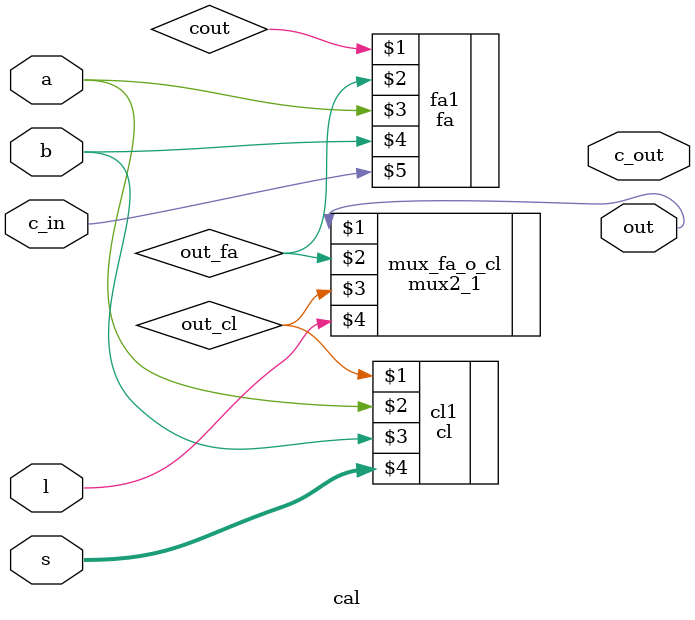
<source format=v>
module cal(output wire out, c_out,input wire a,b,l,c_in,input wire [1:0] s);
	wire out_fa, out_cl;
	//instancio full adder y celda lógica.
	fa fa1(cout,out_fa,a,b,c_in);
	cl cl1(out_cl,a,b,s);
	
	mux2_1 mux_fa_o_cl(out, out_fa, out_cl,l); 
endmodule
</source>
